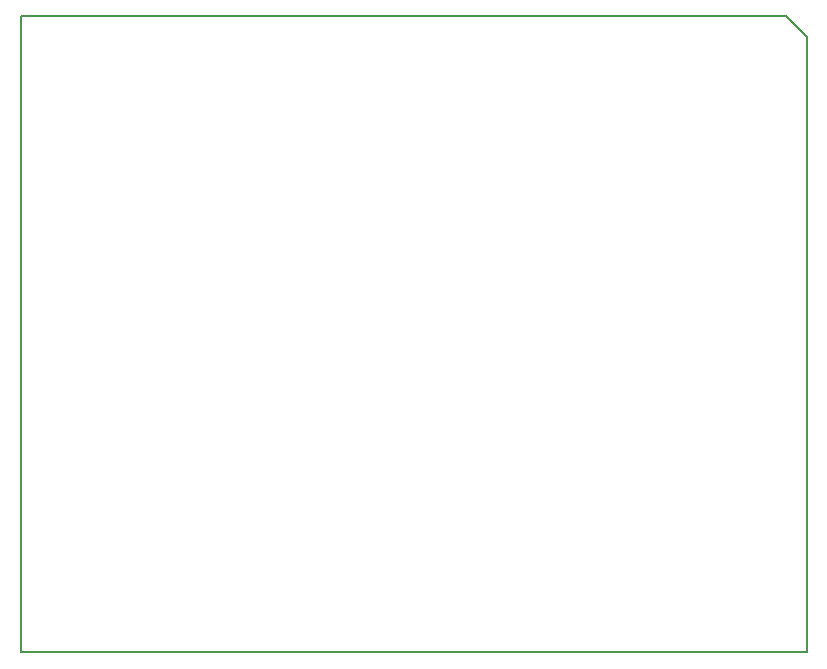
<source format=gbr>
G04 #@! TF.GenerationSoftware,KiCad,Pcbnew,5.0.2+dfsg1-1*
G04 #@! TF.CreationDate,2019-11-28T21:10:38+01:00*
G04 #@! TF.ProjectId,carte-radio,63617274-652d-4726-9164-696f2e6b6963,rev?*
G04 #@! TF.SameCoordinates,PX44114b0PY1687170*
G04 #@! TF.FileFunction,Profile,NP*
%FSLAX46Y46*%
G04 Gerber Fmt 4.6, Leading zero omitted, Abs format (unit mm)*
G04 Created by KiCad (PCBNEW 5.0.2+dfsg1-1) date jeu. 28 nov. 2019 21:10:38 CET*
%MOMM*%
%LPD*%
G01*
G04 APERTURE LIST*
%ADD10C,0.150000*%
G04 APERTURE END LIST*
D10*
X-3302000Y-50546000D02*
X-3302000Y3302000D01*
X63246000Y-50546000D02*
X-3302000Y-50546000D01*
X63246000Y-15494000D02*
X63246000Y-50546000D01*
X63246000Y1524000D02*
X63246000Y-15494000D01*
X61468000Y3302000D02*
X63246000Y1524000D01*
X-3302000Y3302000D02*
X61468000Y3302000D01*
M02*

</source>
